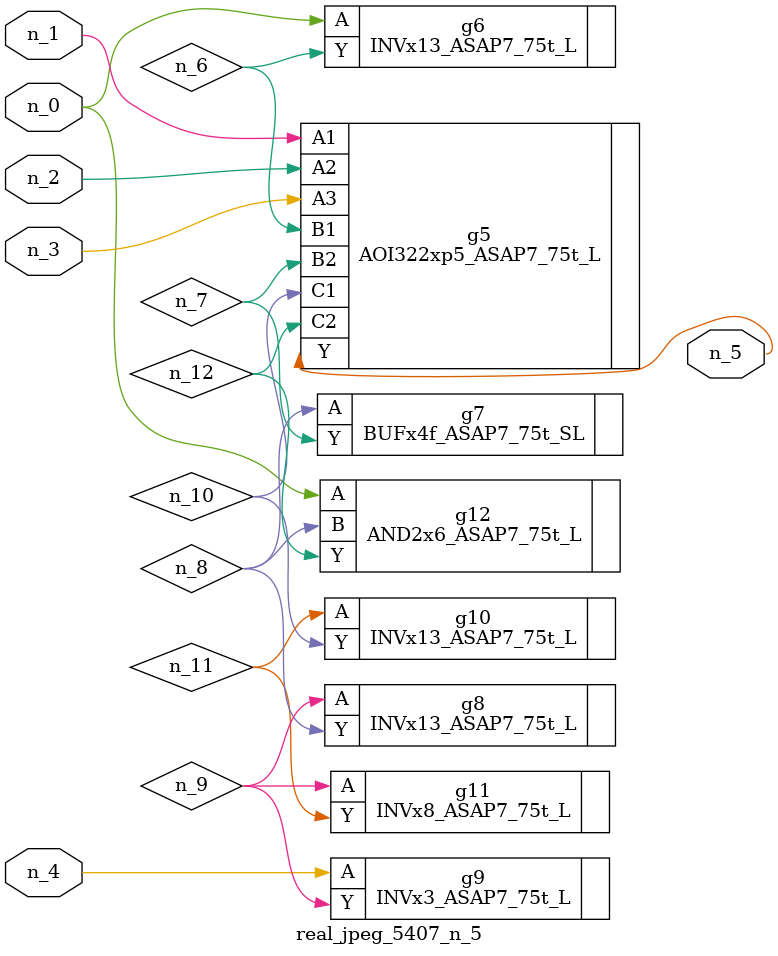
<source format=v>
module real_jpeg_5407_n_5 (n_4, n_0, n_1, n_2, n_3, n_5);

input n_4;
input n_0;
input n_1;
input n_2;
input n_3;

output n_5;

wire n_12;
wire n_8;
wire n_11;
wire n_6;
wire n_7;
wire n_10;
wire n_9;

INVx13_ASAP7_75t_L g6 ( 
.A(n_0),
.Y(n_6)
);

AND2x6_ASAP7_75t_L g12 ( 
.A(n_0),
.B(n_8),
.Y(n_12)
);

AOI322xp5_ASAP7_75t_L g5 ( 
.A1(n_1),
.A2(n_2),
.A3(n_3),
.B1(n_6),
.B2(n_7),
.C1(n_10),
.C2(n_12),
.Y(n_5)
);

INVx3_ASAP7_75t_L g9 ( 
.A(n_4),
.Y(n_9)
);

BUFx4f_ASAP7_75t_SL g7 ( 
.A(n_8),
.Y(n_7)
);

INVx13_ASAP7_75t_L g8 ( 
.A(n_9),
.Y(n_8)
);

INVx8_ASAP7_75t_L g11 ( 
.A(n_9),
.Y(n_11)
);

INVx13_ASAP7_75t_L g10 ( 
.A(n_11),
.Y(n_10)
);


endmodule
</source>
